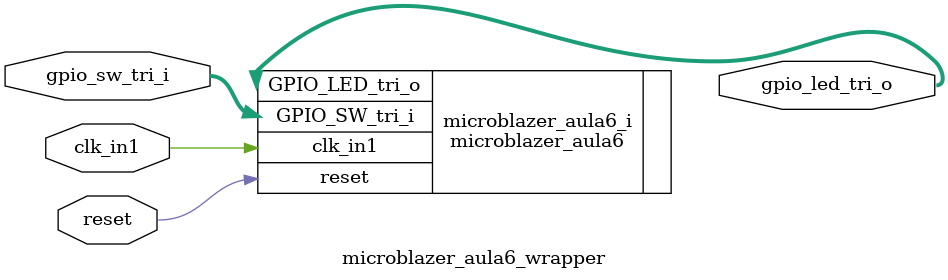
<source format=v>
`timescale 1 ps / 1 ps

module microblazer_aula6_wrapper
   (clk_in1,
    gpio_led_tri_o,
    gpio_sw_tri_i,
    reset);
  input clk_in1;
  output [15:0]gpio_led_tri_o;
  input [15:0]gpio_sw_tri_i;
  input reset;

  wire clk_in1;
  wire [15:0]gpio_led_tri_o;
  wire [15:0]gpio_sw_tri_i;
  wire reset;

microblazer_aula6 microblazer_aula6_i
       (.GPIO_LED_tri_o(gpio_led_tri_o),
        .GPIO_SW_tri_i(gpio_sw_tri_i),
        .clk_in1(clk_in1),
        .reset(reset));
endmodule

</source>
